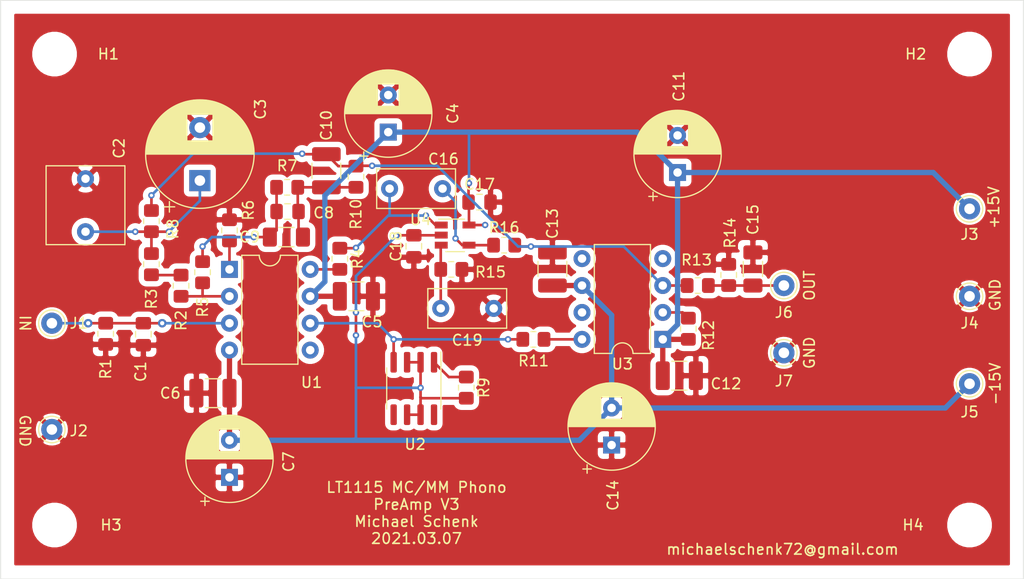
<source format=kicad_pcb>
(kicad_pcb (version 20171130) (host pcbnew "(5.1.9-0-10_14)")
  (layers (0 F.Cu signal) (31 B.Cu signal) (34 B.Paste user) (35 F.Paste user) (36 B.SilkS user) (37 F.SilkS user) (38 B.Mask user) (39 F.Mask user) (44 Edge.Cuts user))
  (net 0 "")
  (net 1 GND)
  (net 2 "Net-(C1-Pad1)")
  (net 3 "Net-(C2-Pad2)")
  (net 4 +15V)
  (net 5 -15V)
  (net 6 "Net-(C8-Pad2)")
  (net 7 "Net-(C10-Pad2)")
  (net 8 SERVO_INR)
  (net 9 "Net-(C15-Pad1)")
  (net 10 "Net-(C16-Pad2)")
  (net 11 "Net-(C19-Pad2)")
  (net 12 "Net-(R2-Pad2)")
  (net 13 "Net-(R2-Pad1)")
  (net 14 "Net-(R6-Pad2)")
  (net 15 "Net-(R9-Pad1)")
  (net 16 "Net-(R11-Pad2)")
  (net 17 "Net-(R11-Pad1)")
  (net 18 "Net-(R12-Pad2)")
  (net 19 "Net-(C16-Pad1)")
  (net 20 SERVO_OUT)
  (module Package_DIP:DIP-8_W7.62mm (layer F.Cu) (at 142.494 120.904 180)
    (fp_text reference U3 (at 3.81 -2.33) (layer F.SilkS))
    (fp_text value LT1010)
    (pad 8 thru_hole oval (at 7.62 0 180) (size 1.6 1.6) (drill 0.8) (layers *.Cu *.Mask) (net 17 "Net-(R11-Pad1)"))
    (pad 4 thru_hole oval (at 0 7.62 180) (size 1.6 1.6) (drill 0.8) (layers *.Cu *.Mask))
    (pad 7 thru_hole oval (at 7.62 2.54 180) (size 1.6 1.6) (drill 0.8) (layers *.Cu *.Mask))
    (pad 3 thru_hole oval (at 0 5.08 180) (size 1.6 1.6) (drill 0.8) (layers *.Cu *.Mask) (net 8 SERVO_INR))
    (pad 6 thru_hole oval (at 7.62 5.08 180) (size 1.6 1.6) (drill 0.8) (layers *.Cu *.Mask) (net 5 -15V))
    (pad 2 thru_hole oval (at 0 2.54 180) (size 1.6 1.6) (drill 0.8) (layers *.Cu *.Mask) (net 18 "Net-(R12-Pad2)"))
    (pad 5 thru_hole oval (at 7.62 7.62 180) (size 1.6 1.6) (drill 0.8) (layers *.Cu *.Mask))
    (pad 1 thru_hole rect (at 0 0 180) (size 1.6 1.6) (drill 0.8) (layers *.Cu *.Mask) (net 4 +15V))
  )
  (module Resistor_SMD:R_0805_2012Metric_Pad1.20x1.40mm_HandSolder (layer F.Cu) (at 112.014 113.3 270)
    (fp_text reference R4 (at 0 -1.65 90) (layer F.SilkS))
    (fp_text value 33.2k)
    (pad 2 smd roundrect (at 1 0 270) (size 1.2 1.4) (layers F.Cu F.Paste F.Mask) (roundrect_rratio 0.208333) (net 20 SERVO_OUT))
    (pad 1 smd roundrect (at -1 0 270) (size 1.2 1.4) (layers F.Cu F.Paste F.Mask) (roundrect_rratio 0.208333) (net 19 "Net-(C16-Pad1)"))
  )
  (module MountingHole:MountingHole_3.2mm_M3 (layer F.Cu) (at 171.45 138.43)
    (fp_text reference H4 (at -5.334 0) (layer F.SilkS))
    (fp_text value MountingHole)
    (pad 1 np_thru_hole circle (at 0 0) (size 3.2 3.2) (drill 3.2) (layers *.Cu *.Mask))
  )
  (module MountingHole:MountingHole_3.2mm_M3 (layer F.Cu) (at 85.09 138.43)
    (fp_text reference H3 (at 5.334 0) (layer F.SilkS))
    (fp_text value MountingHole)
    (pad 1 np_thru_hole circle (at 0 0) (size 3.2 3.2) (drill 3.2) (layers *.Cu *.Mask))
  )
  (module MountingHole:MountingHole_3.2mm_M3 (layer F.Cu) (at 171.45 93.98)
    (fp_text reference H2 (at -5.08 0) (layer F.SilkS))
    (fp_text value MountingHole)
    (pad 1 np_thru_hole circle (at 0 0) (size 3.2 3.2) (drill 3.2) (layers *.Cu *.Mask))
  )
  (module MountingHole:MountingHole_3.2mm_M3 (layer F.Cu) (at 85.09 93.98)
    (fp_text reference H1 (at 5.08 0) (layer F.SilkS))
    (fp_text value MountingHole)
    (pad 1 np_thru_hole circle (at 0 0) (size 3.2 3.2) (drill 3.2) (layers *.Cu *.Mask))
  )
  (module Package_TO_SOT_SMD:TSOT-23-5 (layer F.Cu) (at 122.896 111.064)
    (fp_text reference U4 (at -3.262 -1.463) (layer F.SilkS))
    (fp_text value OPA188xxDBV)
    (pad 5 smd rect (at 1.31 -0.95) (size 1.22 0.65) (layers F.Cu F.Paste F.Mask) (net 4 +15V))
    (pad 4 smd rect (at 1.31 0.95) (size 1.22 0.65) (layers F.Cu F.Paste F.Mask) (net 10 "Net-(C16-Pad2)"))
    (pad 3 smd rect (at -1.31 0.95) (size 1.22 0.65) (layers F.Cu F.Paste F.Mask) (net 11 "Net-(C19-Pad2)"))
    (pad 2 smd rect (at -1.31 0) (size 1.22 0.65) (layers F.Cu F.Paste F.Mask) (net 5 -15V))
    (pad 1 smd rect (at -1.31 -0.95) (size 1.22 0.65) (layers F.Cu F.Paste F.Mask) (net 19 "Net-(C16-Pad1)"))
  )
  (module Package_SO:SOIC-8_3.9x4.9mm_P1.27mm (layer F.Cu) (at 118.999 125.541 270)
    (fp_text reference U2 (at 5.269 -0.127 180) (layer F.SilkS))
    (fp_text value LM334M)
    (pad 8 smd roundrect (at 2.475 -1.905 270) (size 1.95 0.6) (layers F.Cu F.Paste F.Mask))
    (pad 7 smd roundrect (at 2.475 -0.635 270) (size 1.95 0.6) (layers F.Cu F.Paste F.Mask) (net 5 -15V))
    (pad 6 smd roundrect (at 2.475 0.635 270) (size 1.95 0.6) (layers F.Cu F.Paste F.Mask) (net 5 -15V))
    (pad 5 smd roundrect (at 2.475 1.905 270) (size 1.95 0.6) (layers F.Cu F.Paste F.Mask))
    (pad 4 smd roundrect (at -2.475 1.905 270) (size 1.95 0.6) (layers F.Cu F.Paste F.Mask) (net 16 "Net-(R11-Pad2)"))
    (pad 3 smd roundrect (at -2.475 0.635 270) (size 1.95 0.6) (layers F.Cu F.Paste F.Mask) (net 5 -15V))
    (pad 2 smd roundrect (at -2.475 -0.635 270) (size 1.95 0.6) (layers F.Cu F.Paste F.Mask) (net 5 -15V))
    (pad 1 smd roundrect (at -2.475 -1.905 270) (size 1.95 0.6) (layers F.Cu F.Paste F.Mask) (net 15 "Net-(R9-Pad1)"))
  )
  (module Package_DIP:DIP-8_W7.62mm (layer F.Cu) (at 101.6 114.3)
    (fp_text reference U1 (at 7.747 10.668) (layer F.SilkS))
    (fp_text value LT1115)
    (pad 8 thru_hole oval (at 7.62 0) (size 1.6 1.6) (drill 0.8) (layers *.Cu *.Mask) (net 20 SERVO_OUT))
    (pad 4 thru_hole oval (at 0 7.62) (size 1.6 1.6) (drill 0.8) (layers *.Cu *.Mask) (net 5 -15V))
    (pad 7 thru_hole oval (at 7.62 2.54) (size 1.6 1.6) (drill 0.8) (layers *.Cu *.Mask) (net 4 +15V))
    (pad 3 thru_hole oval (at 0 5.08) (size 1.6 1.6) (drill 0.8) (layers *.Cu *.Mask) (net 2 "Net-(C1-Pad1)"))
    (pad 6 thru_hole oval (at 7.62 5.08) (size 1.6 1.6) (drill 0.8) (layers *.Cu *.Mask) (net 16 "Net-(R11-Pad2)"))
    (pad 2 thru_hole oval (at 0 2.54) (size 1.6 1.6) (drill 0.8) (layers *.Cu *.Mask) (net 13 "Net-(R2-Pad1)"))
    (pad 5 thru_hole oval (at 7.62 7.62) (size 1.6 1.6) (drill 0.8) (layers *.Cu *.Mask))
    (pad 1 thru_hole rect (at 0 0) (size 1.6 1.6) (drill 0.8) (layers *.Cu *.Mask) (net 14 "Net-(R6-Pad2)"))
  )
  (module Resistor_SMD:R_0805_2012Metric_Pad1.20x1.40mm_HandSolder (layer F.Cu) (at 127.524 112.014)
    (fp_text reference R16 (at 0 -1.65) (layer F.SilkS))
    (fp_text value 100k)
    (pad 2 smd roundrect (at 1 0) (size 1.2 1.4) (layers F.Cu F.Paste F.Mask) (roundrect_rratio 0.2083325) (net 8 SERVO_INR))
    (pad 1 smd roundrect (at -1 0) (size 1.2 1.4) (layers F.Cu F.Paste F.Mask) (roundrect_rratio 0.2083325) (net 10 "Net-(C16-Pad2)"))
  )
  (module Resistor_SMD:R_0805_2012Metric_Pad1.20x1.40mm_HandSolder (layer F.Cu) (at 122.539 114.3)
    (fp_text reference R15 (at 3.699 0.254) (layer F.SilkS))
    (fp_text value 100k)
    (pad 2 smd roundrect (at 1 0) (size 1.2 1.4) (layers F.Cu F.Paste F.Mask) (roundrect_rratio 0.2083325) (net 1 GND))
    (pad 1 smd roundrect (at -1 0) (size 1.2 1.4) (layers F.Cu F.Paste F.Mask) (roundrect_rratio 0.2083325) (net 11 "Net-(C19-Pad2)"))
  )
  (module Resistor_SMD:R_0805_2012Metric_Pad1.20x1.40mm_HandSolder (layer F.Cu) (at 148.717 114.824 90)
    (fp_text reference R14 (at 3.953 0.127 90) (layer F.SilkS))
    (fp_text value 25k)
    (pad 2 smd roundrect (at 1 0 90) (size 1.2 1.4) (layers F.Cu F.Paste F.Mask) (roundrect_rratio 0.2083325) (net 1 GND))
    (pad 1 smd roundrect (at -1 0 90) (size 1.2 1.4) (layers F.Cu F.Paste F.Mask) (roundrect_rratio 0.2083325) (net 9 "Net-(C15-Pad1)"))
  )
  (module Resistor_SMD:R_0805_2012Metric_Pad1.20x1.40mm_HandSolder (layer F.Cu) (at 145.796 115.824 180)
    (fp_text reference R13 (at 0.111 2.413) (layer F.SilkS))
    (fp_text value 562R)
    (pad 2 smd roundrect (at 1 0 180) (size 1.2 1.4) (layers F.Cu F.Paste F.Mask) (roundrect_rratio 0.2083325) (net 8 SERVO_INR))
    (pad 1 smd roundrect (at -1 0 180) (size 1.2 1.4) (layers F.Cu F.Paste F.Mask) (roundrect_rratio 0.2083325) (net 9 "Net-(C15-Pad1)"))
  )
  (module Resistor_SMD:R_0805_2012Metric_Pad1.20x1.40mm_HandSolder (layer F.Cu) (at 144.907 119.904 90)
    (fp_text reference R12 (at -0.619 1.905 90) (layer F.SilkS))
    (fp_text value 49.9R)
    (pad 2 smd roundrect (at 1 0 90) (size 1.2 1.4) (layers F.Cu F.Paste F.Mask) (roundrect_rratio 0.2083325) (net 18 "Net-(R12-Pad2)"))
    (pad 1 smd roundrect (at -1 0 90) (size 1.2 1.4) (layers F.Cu F.Paste F.Mask) (roundrect_rratio 0.2083325) (net 4 +15V))
  )
  (module Resistor_SMD:R_0805_2012Metric_Pad1.20x1.40mm_HandSolder (layer F.Cu) (at 130.286 120.904 180)
    (fp_text reference R11 (at -0.016 -2.032) (layer F.SilkS))
    (fp_text value 100R)
    (pad 2 smd roundrect (at 1 0 180) (size 1.2 1.4) (layers F.Cu F.Paste F.Mask) (roundrect_rratio 0.2083325) (net 16 "Net-(R11-Pad2)"))
    (pad 1 smd roundrect (at -1 0 180) (size 1.2 1.4) (layers F.Cu F.Paste F.Mask) (roundrect_rratio 0.2083325) (net 17 "Net-(R11-Pad1)"))
  )
  (module Resistor_SMD:R_0805_2012Metric_Pad1.20x1.40mm_HandSolder (layer F.Cu) (at 113.538 105.553 270)
    (fp_text reference R10 (at 3.54 0 90) (layer F.SilkS))
    (fp_text value 210k)
    (pad 2 smd roundrect (at 1 0 270) (size 1.2 1.4) (layers F.Cu F.Paste F.Mask) (roundrect_rratio 0.2083325) (net 7 "Net-(C10-Pad2)"))
    (pad 1 smd roundrect (at -1 0 270) (size 1.2 1.4) (layers F.Cu F.Paste F.Mask) (roundrect_rratio 0.2083325) (net 8 SERVO_INR))
  )
  (module Resistor_SMD:R_0805_2012Metric_Pad1.20x1.40mm_HandSolder (layer F.Cu) (at 123.952 125.46 270)
    (fp_text reference R9 (at 0 -1.65 90) (layer F.SilkS))
    (fp_text value 33.2R)
    (pad 2 smd roundrect (at 1 0 270) (size 1.2 1.4) (layers F.Cu F.Paste F.Mask) (roundrect_rratio 0.2083325) (net 5 -15V))
    (pad 1 smd roundrect (at -1 0 270) (size 1.2 1.4) (layers F.Cu F.Paste F.Mask) (roundrect_rratio 0.2083325) (net 15 "Net-(R9-Pad1)"))
  )
  (module Resistor_SMD:R_0805_2012Metric_Pad1.20x1.40mm_HandSolder (layer F.Cu) (at 94.234 109.744 270)
    (fp_text reference R8 (at 0.746 -2.032 90) (layer F.SilkS))
    (fp_text value 82.5k)
    (pad 2 smd roundrect (at 1 0 270) (size 1.2 1.4) (layers F.Cu F.Paste F.Mask) (roundrect_rratio 0.2083325) (net 3 "Net-(C2-Pad2)"))
    (pad 1 smd roundrect (at -1 0 270) (size 1.2 1.4) (layers F.Cu F.Paste F.Mask) (roundrect_rratio 0.2083325) (net 8 SERVO_INR))
  )
  (module Resistor_SMD:R_0805_2012Metric_Pad1.20x1.40mm_HandSolder (layer F.Cu) (at 107.045 106.553 180)
    (fp_text reference R7 (at 0 2.032) (layer F.SilkS))
    (fp_text value 17.8k)
    (pad 2 smd roundrect (at 1 0 180) (size 1.2 1.4) (layers F.Cu F.Paste F.Mask) (roundrect_rratio 0.2083325) (net 6 "Net-(C8-Pad2)"))
    (pad 1 smd roundrect (at -1 0 180) (size 1.2 1.4) (layers F.Cu F.Paste F.Mask) (roundrect_rratio 0.2083325) (net 7 "Net-(C10-Pad2)"))
  )
  (module Resistor_SMD:R_0805_2012Metric_Pad1.20x1.40mm_HandSolder (layer F.Cu) (at 101.6 110.617 270)
    (fp_text reference R6 (at -1.905 -1.778 90) (layer F.SilkS))
    (fp_text value 33.2k)
    (pad 2 smd roundrect (at 1 0 270) (size 1.2 1.4) (layers F.Cu F.Paste F.Mask) (roundrect_rratio 0.2083325) (net 14 "Net-(R6-Pad2)"))
    (pad 1 smd roundrect (at -1 0 270) (size 1.2 1.4) (layers F.Cu F.Paste F.Mask) (roundrect_rratio 0.2083325) (net 1 GND))
  )
  (module Resistor_SMD:R_0805_2012Metric_Pad1.20x1.40mm_HandSolder (layer F.Cu) (at 99.06 114.57 270)
    (fp_text reference R5 (at 3.286 0 90) (layer F.SilkS))
    (fp_text value 499R)
    (pad 2 smd roundrect (at 1 0 270) (size 1.2 1.4) (layers F.Cu F.Paste F.Mask) (roundrect_rratio 0.2083325) (net 13 "Net-(R2-Pad1)"))
    (pad 1 smd roundrect (at -1 0 270) (size 1.2 1.4) (layers F.Cu F.Paste F.Mask) (roundrect_rratio 0.2083325) (net 6 "Net-(C8-Pad2)"))
  )
  (module Resistor_SMD:R_0805_2012Metric_Pad1.20x1.40mm_HandSolder (layer F.Cu) (at 94.234 113.808 90)
    (fp_text reference R3 (at -3.286 0 90) (layer F.SilkS))
    (fp_text value 210R/0R)
    (pad 2 smd roundrect (at 1 0 90) (size 1.2 1.4) (layers F.Cu F.Paste F.Mask) (roundrect_rratio 0.2083325) (net 3 "Net-(C2-Pad2)"))
    (pad 1 smd roundrect (at -1 0 90) (size 1.2 1.4) (layers F.Cu F.Paste F.Mask) (roundrect_rratio 0.2083325) (net 12 "Net-(R2-Pad2)"))
  )
  (module Resistor_SMD:R_0805_2012Metric_Pad1.20x1.40mm_HandSolder (layer F.Cu) (at 97.028 115.84 90)
    (fp_text reference R2 (at -3.286 0 90) (layer F.SilkS))
    (fp_text value 22.6R)
    (pad 2 smd roundrect (at 1 0 90) (size 1.2 1.4) (layers F.Cu F.Paste F.Mask) (roundrect_rratio 0.2083325) (net 12 "Net-(R2-Pad2)"))
    (pad 1 smd roundrect (at -1 0 90) (size 1.2 1.4) (layers F.Cu F.Paste F.Mask) (roundrect_rratio 0.2083325) (net 13 "Net-(R2-Pad1)"))
  )
  (module Resistor_SMD:R_0805_2012Metric_Pad1.20x1.40mm_HandSolder (layer F.Cu) (at 89.916 120.38 270)
    (fp_text reference R1 (at 3.318 0 90) (layer F.SilkS))
    (fp_text value 100R)
    (pad 2 smd roundrect (at 1 0 270) (size 1.2 1.4) (layers F.Cu F.Paste F.Mask) (roundrect_rratio 0.2083325) (net 1 GND))
    (pad 1 smd roundrect (at -1 0 270) (size 1.2 1.4) (layers F.Cu F.Paste F.Mask) (roundrect_rratio 0.2083325) (net 2 "Net-(C1-Pad1)"))
  )
  (module Connector_Pin:Pin_D1.0mm_L10.0mm (layer F.Cu) (at 153.924 122.174)
    (fp_text reference J7 (at 0 2.667) (layer F.SilkS))
    (fp_text value OUT_GND)
    (pad 1 thru_hole circle (at 0 0) (size 2 2) (drill 1) (layers *.Cu *.Mask) (net 1 GND))
  )
  (module Connector_Pin:Pin_D1.0mm_L10.0mm (layer F.Cu) (at 153.924 115.824)
    (fp_text reference J6 (at 0 2.54) (layer F.SilkS))
    (fp_text value OUT)
    (pad 1 thru_hole circle (at 0 0) (size 2 2) (drill 1) (layers *.Cu *.Mask) (net 9 "Net-(C15-Pad1)"))
  )
  (module Connector_Pin:Pin_D1.0mm_L10.0mm (layer F.Cu) (at 171.45 125.095)
    (fp_text reference J5 (at 0 2.667) (layer F.SilkS))
    (fp_text value -15V)
    (pad 1 thru_hole circle (at 0 0) (size 2 2) (drill 1) (layers *.Cu *.Mask) (net 5 -15V))
  )
  (module Connector_Pin:Pin_D1.0mm_L10.0mm (layer F.Cu) (at 171.45 116.84)
    (fp_text reference J4 (at 0 2.54) (layer F.SilkS))
    (fp_text value GND)
    (pad 1 thru_hole circle (at 0 0) (size 2 2) (drill 1) (layers *.Cu *.Mask) (net 1 GND))
  )
  (module Connector_Pin:Pin_D1.0mm_L10.0mm (layer F.Cu) (at 171.45 108.585)
    (fp_text reference J3 (at 0 2.413) (layer F.SilkS))
    (fp_text value +15V)
    (pad 1 thru_hole circle (at 0 0) (size 2 2) (drill 1) (layers *.Cu *.Mask) (net 4 +15V))
  )
  (module Connector_Pin:Pin_D1.0mm_L10.0mm (layer F.Cu) (at 84.836 129.413)
    (fp_text reference J2 (at 2.54 0.127) (layer F.SilkS))
    (fp_text value IN_GND)
    (pad 1 thru_hole circle (at 0 0) (size 2 2) (drill 1) (layers *.Cu *.Mask) (net 1 GND))
  )
  (module Connector_Pin:Pin_D1.0mm_L10.0mm (layer F.Cu) (at 84.836 119.38)
    (fp_text reference J1 (at 2.54 0) (layer F.SilkS))
    (fp_text value IN)
    (pad 1 thru_hole circle (at 0 0) (size 2 2) (drill 1) (layers *.Cu *.Mask) (net 2 "Net-(C1-Pad1)"))
  )
  (module Capacitor_THT:C_Rect_L7.2mm_W3.5mm_P5.00mm_FKS2_FKP2_MKS2_MKP2 (layer F.Cu) (at 126.539 117.983 180)
    (fp_text reference C19 (at 2.5 -3) (layer F.SilkS))
    (fp_text value 1uF)
    (pad 2 thru_hole circle (at 5 0 180) (size 1.6 1.6) (drill 0.8) (layers *.Cu *.Mask) (net 11 "Net-(C19-Pad2)"))
    (pad 1 thru_hole circle (at 0 0 180) (size 1.6 1.6) (drill 0.8) (layers *.Cu *.Mask) (net 1 GND))
  )
  (module Capacitor_SMD:C_0805_2012Metric_Pad1.18x1.45mm_HandSolder (layer F.Cu) (at 118.999 112.1195 90)
    (fp_text reference C18 (at 0 -1.68 90) (layer F.SilkS))
    (fp_text value 100nF)
    (pad 2 smd roundrect (at 1.0375 0 90) (size 1.175 1.45) (layers F.Cu F.Paste F.Mask) (roundrect_rratio 0.2127659574468085) (net 5 -15V))
    (pad 1 smd roundrect (at -1.0375 0 90) (size 1.175 1.45) (layers F.Cu F.Paste F.Mask) (roundrect_rratio 0.2127659574468085) (net 1 GND))
  )
  (module Capacitor_SMD:C_0805_2012Metric_Pad1.18x1.45mm_HandSolder (layer F.Cu) (at 125.2005 107.95)
    (fp_text reference C17 (at 0 -1.68) (layer F.SilkS))
    (fp_text value 100nF)
    (pad 2 smd roundrect (at 1.0375 0) (size 1.175 1.45) (layers F.Cu F.Paste F.Mask) (roundrect_rratio 0.2127659574468085) (net 1 GND))
    (pad 1 smd roundrect (at -1.0375 0) (size 1.175 1.45) (layers F.Cu F.Paste F.Mask) (roundrect_rratio 0.2127659574468085) (net 4 +15V))
  )
  (module Capacitor_THT:C_Rect_L7.2mm_W3.5mm_P5.00mm_FKS2_FKP2_MKS2_MKP2 (layer F.Cu) (at 116.713 106.68)
    (fp_text reference C16 (at 5.08 -2.794) (layer F.SilkS))
    (fp_text value 1uF)
    (pad 2 thru_hole circle (at 5 0) (size 1.6 1.6) (drill 0.8) (layers *.Cu *.Mask) (net 10 "Net-(C16-Pad2)"))
    (pad 1 thru_hole circle (at 0 0) (size 1.6 1.6) (drill 0.8) (layers *.Cu *.Mask) (net 19 "Net-(C16-Pad1)"))
  )
  (module Capacitor_SMD:C_1206_3216Metric_Pad1.33x1.80mm_HandSolder (layer F.Cu) (at 151.003 114.2615 90)
    (fp_text reference C15 (at 4.6605 0 90) (layer F.SilkS))
    (fp_text value 3.9nF)
    (pad 2 smd roundrect (at 1.5625 0 90) (size 1.325 1.8) (layers F.Cu F.Paste F.Mask) (roundrect_rratio 0.1886777358490566) (net 1 GND))
    (pad 1 smd roundrect (at -1.5625 0 90) (size 1.325 1.8) (layers F.Cu F.Paste F.Mask) (roundrect_rratio 0.1886777358490566) (net 9 "Net-(C15-Pad1)"))
  )
  (module Capacitor_THT:CP_Radial_D8.0mm_P3.50mm (layer F.Cu) (at 137.668 130.881 90)
    (fp_text reference C14 (at -4.755 0.127 90) (layer F.SilkS))
    (fp_text value 220uF/25V)
    (pad 2 thru_hole circle (at 3.5 0 90) (size 1.6 1.6) (drill 0.8) (layers *.Cu *.Mask) (net 5 -15V))
    (pad 1 thru_hole rect (at 0 0 90) (size 1.6 1.6) (drill 0.8) (layers *.Cu *.Mask) (net 1 GND))
  )
  (module Capacitor_SMD:C_1210_3225Metric_Pad1.33x2.70mm_HandSolder (layer F.Cu) (at 132.08 114.2615 270)
    (fp_text reference C13 (at -4.2795 0 90) (layer F.SilkS))
    (fp_text value 1uF)
    (pad 2 smd roundrect (at 1.5625 0 270) (size 1.325 2.7) (layers F.Cu F.Paste F.Mask) (roundrect_rratio 0.1886777358490566) (net 5 -15V))
    (pad 1 smd roundrect (at -1.5625 0 270) (size 1.325 2.7) (layers F.Cu F.Paste F.Mask) (roundrect_rratio 0.1886777358490566) (net 1 GND))
  )
  (module Capacitor_SMD:C_1210_3225Metric_Pad1.33x2.70mm_HandSolder (layer F.Cu) (at 144.0565 124.333)
    (fp_text reference C12 (at 4.4065 0.762) (layer F.SilkS))
    (fp_text value 1uF)
    (pad 2 smd roundrect (at 1.5625 0) (size 1.325 2.7) (layers F.Cu F.Paste F.Mask) (roundrect_rratio 0.1886777358490566) (net 1 GND))
    (pad 1 smd roundrect (at -1.5625 0) (size 1.325 2.7) (layers F.Cu F.Paste F.Mask) (roundrect_rratio 0.1886777358490566) (net 4 +15V))
  )
  (module Capacitor_THT:CP_Radial_D8.0mm_P3.50mm (layer F.Cu) (at 143.891 105.156 90)
    (fp_text reference C11 (at 8.128 0.127 90) (layer F.SilkS))
    (fp_text value 220uF/25V)
    (pad 2 thru_hole circle (at 3.5 0 90) (size 1.6 1.6) (drill 0.8) (layers *.Cu *.Mask) (net 1 GND))
    (pad 1 thru_hole rect (at 0 0 90) (size 1.6 1.6) (drill 0.8) (layers *.Cu *.Mask) (net 4 +15V))
  )
  (module Capacitor_SMD:C_1210_3225Metric_Pad1.33x2.70mm_HandSolder (layer F.Cu) (at 110.744 104.9905 270)
    (fp_text reference C10 (at -4.2795 0 90) (layer F.SilkS))
    (fp_text value 15nF)
    (pad 2 smd roundrect (at 1.5625 0 270) (size 1.325 2.7) (layers F.Cu F.Paste F.Mask) (roundrect_rratio 0.1886777358490566) (net 7 "Net-(C10-Pad2)"))
    (pad 1 smd roundrect (at -1.5625 0 270) (size 1.325 2.7) (layers F.Cu F.Paste F.Mask) (roundrect_rratio 0.1886777358490566) (net 8 SERVO_INR))
  )
  (module Capacitor_SMD:C_1206_3216Metric_Pad1.33x1.80mm_HandSolder (layer F.Cu) (at 106.9725 111.252 180)
    (fp_text reference C9 (at 3.4675 0) (layer F.SilkS))
    (fp_text value 3.9nF)
    (pad 2 smd roundrect (at 1.5625 0 180) (size 1.325 1.8) (layers F.Cu F.Paste F.Mask) (roundrect_rratio 0.1886777358490566) (net 6 "Net-(C8-Pad2)"))
    (pad 1 smd roundrect (at -1.5625 0 180) (size 1.325 1.8) (layers F.Cu F.Paste F.Mask) (roundrect_rratio 0.1886777358490566) (net 7 "Net-(C10-Pad2)"))
  )
  (module Capacitor_SMD:C_0805_2012Metric_Pad1.18x1.45mm_HandSolder (layer F.Cu) (at 107.0825 108.839 180)
    (fp_text reference C8 (at -3.4075 -0.127) (layer F.SilkS))
    (fp_text value 330pF)
    (pad 2 smd roundrect (at 1.0375 0 180) (size 1.175 1.45) (layers F.Cu F.Paste F.Mask) (roundrect_rratio 0.2127659574468085) (net 6 "Net-(C8-Pad2)"))
    (pad 1 smd roundrect (at -1.0375 0 180) (size 1.175 1.45) (layers F.Cu F.Paste F.Mask) (roundrect_rratio 0.2127659574468085) (net 7 "Net-(C10-Pad2)"))
  )
  (module Capacitor_THT:CP_Radial_D8.0mm_P3.50mm (layer F.Cu) (at 101.6 133.929 90)
    (fp_text reference C7 (at 1.468 5.588 90) (layer F.SilkS))
    (fp_text value 220uF/25V)
    (pad 2 thru_hole circle (at 3.5 0 90) (size 1.6 1.6) (drill 0.8) (layers *.Cu *.Mask) (net 5 -15V))
    (pad 1 thru_hole rect (at 0 0 90) (size 1.6 1.6) (drill 0.8) (layers *.Cu *.Mask) (net 1 GND))
  )
  (module Capacitor_SMD:C_1210_3225Metric_Pad1.33x2.70mm_HandSolder (layer F.Cu) (at 100.0375 125.984)
    (fp_text reference C6 (at -4.0255 0) (layer F.SilkS))
    (fp_text value 1uF)
    (pad 2 smd roundrect (at 1.5625 0) (size 1.325 2.7) (layers F.Cu F.Paste F.Mask) (roundrect_rratio 0.1886777358490566) (net 5 -15V))
    (pad 1 smd roundrect (at -1.5625 0) (size 1.325 2.7) (layers F.Cu F.Paste F.Mask) (roundrect_rratio 0.1886777358490566) (net 1 GND))
  )
  (module Capacitor_SMD:C_1210_3225Metric_Pad1.33x2.70mm_HandSolder (layer F.Cu) (at 113.5765 116.84)
    (fp_text reference C5 (at 1.4855 2.413) (layer F.SilkS))
    (fp_text value 1uF)
    (pad 2 smd roundrect (at 1.5625 0) (size 1.325 2.7) (layers F.Cu F.Paste F.Mask) (roundrect_rratio 0.1886777358490566) (net 1 GND))
    (pad 1 smd roundrect (at -1.5625 0) (size 1.325 2.7) (layers F.Cu F.Paste F.Mask) (roundrect_rratio 0.1886777358490566) (net 4 +15V))
  )
  (module Capacitor_THT:CP_Radial_D8.0mm_P3.50mm (layer F.Cu) (at 116.586 101.346 90)
    (fp_text reference C4 (at 1.75 6.096 90) (layer F.SilkS))
    (fp_text value 220uF/25V)
    (pad 2 thru_hole circle (at 3.5 0 90) (size 1.6 1.6) (drill 0.8) (layers *.Cu *.Mask) (net 1 GND))
    (pad 1 thru_hole rect (at 0 0 90) (size 1.6 1.6) (drill 0.8) (layers *.Cu *.Mask) (net 4 +15V))
  )
  (module Capacitor_THT:CP_Radial_D10.0mm_P5.00mm (layer F.Cu) (at 98.806 105.918 90)
    (fp_text reference C3 (at 6.731 5.715 90) (layer F.SilkS))
    (fp_text value 2200uF/16V)
    (pad 2 thru_hole circle (at 5 0 90) (size 2 2) (drill 1) (layers *.Cu *.Mask) (net 1 GND))
    (pad 1 thru_hole rect (at 0 0 90) (size 2 2) (drill 1) (layers *.Cu *.Mask) (net 3 "Net-(C2-Pad2)"))
  )
  (module Capacitor_THT:C_Rect_L7.2mm_W7.2mm_P5.00mm_FKS2_FKP2_MKS2_MKP2 (layer F.Cu) (at 88.011 105.744 270)
    (fp_text reference C2 (at -2.874 -3.175 90) (layer F.SilkS))
    (fp_text value 4.7uF)
    (pad 2 thru_hole circle (at 5 0 270) (size 1.6 1.6) (drill 0.8) (layers *.Cu *.Mask) (net 3 "Net-(C2-Pad2)"))
    (pad 1 thru_hole circle (at 0 0 270) (size 1.6 1.6) (drill 0.8) (layers *.Cu *.Mask) (net 1 GND))
  )
  (module Capacitor_SMD:C_0805_2012Metric_Pad1.18x1.45mm_HandSolder (layer F.Cu) (at 93.472 120.4175 270)
    (fp_text reference C1 (at 3.5345 0.254 90) (layer F.SilkS))
    (fp_text value C)
    (pad 2 smd roundrect (at 1.0375 0 270) (size 1.175 1.45) (layers F.Cu F.Paste F.Mask) (roundrect_rratio 0.2127659574468085) (net 1 GND))
    (pad 1 smd roundrect (at -1.0375 0 270) (size 1.175 1.45) (layers F.Cu F.Paste F.Mask) (roundrect_rratio 0.2127659574468085) (net 2 "Net-(C1-Pad1)"))
  )
  (gr_text OUT (at 156.337 115.824 90) (layer F.SilkS) (effects (font (size 1 1))))
  (gr_text GND (at 156.337 122.174 90) (layer F.SilkS) (effects (font (size 1 1))))
  (gr_text GND (at 173.863 116.713 90) (layer F.SilkS) (effects (font (size 1 1))))
  (gr_text -15V (at 173.863 125.095 90) (layer F.SilkS) (effects (font (size 1 1))))
  (gr_text +15V (at 173.736 108.458 90) (layer F.SilkS) (effects (font (size 1 1))))
  (gr_text GND (at 82.296 129.54 270) (layer F.SilkS) (effects (font (size 1 1))))
  (gr_text IN (at 82.296 119.38 270) (layer F.SilkS) (effects (font (size 1 1))))
  (gr_text "LT1115 MC/MM Phono\nPreAmp V3\nMichael Schenk\n2021.03.07" (at 119.253 137.287) (layer F.SilkS) (effects (font (size 1 1))))
  (gr_text michaelschenk72@gmail.com (at 153.797 140.716) (layer F.SilkS) (effects (font (size 1 1))))
  (gr_line (start 80.01 143.51) (end 80.01 88.9) (layer Edge.Cuts) (width 0.05))
  (gr_line (start 176.53 143.51) (end 80.01 143.51) (layer Edge.Cuts) (width 0.05))
  (gr_line (start 176.53 88.9) (end 176.53 143.51) (layer Edge.Cuts) (width 0.05))
  (gr_line (start 80.01 88.9) (end 176.53 88.9) (layer Edge.Cuts) (width 0.05))
  (via (at 88.265 119.38) (size 0.8) (drill 0.4) (layers F.Cu B.Cu) (net 2))
  (segment (start 88.265 119.38) (end 89.916 119.38) (width 0.25) (layer F.Cu) (net 2))
  (segment (start 89.916 119.38) (end 93.472 119.38) (width 0.25) (layer F.Cu) (net 2))
  (via (at 95.25 119.38) (size 0.8) (drill 0.4) (layers F.Cu B.Cu) (net 2))
  (segment (start 93.472 119.38) (end 95.25 119.38) (width 0.25) (layer F.Cu) (net 2))
  (segment (start 95.25 119.38) (end 101.6 119.38) (width 0.25) (layer B.Cu) (net 2))
  (segment (start 84.836 119.38) (end 88.265 119.38) (width 0.25) (layer B.Cu) (net 2))
  (segment (start 94.234 112.808) (end 94.234 110.744) (width 0.25) (layer F.Cu) (net 3))
  (via (at 92.71 110.744) (size 0.6) (drill 0.3) (layers F.Cu B.Cu) (net 3))
  (segment (start 94.234 110.744) (end 92.71 110.744) (width 0.25) (layer F.Cu) (net 3))
  (segment (start 92.71 110.744) (end 88.011 110.744) (width 0.25) (layer B.Cu) (net 3))
  (via (at 95.885 110.744) (size 0.6) (drill 0.3) (layers F.Cu B.Cu) (net 3))
  (segment (start 94.234 110.744) (end 95.885 110.744) (width 0.25) (layer F.Cu) (net 3))
  (segment (start 95.885 110.744) (end 98.806 107.823) (width 0.25) (layer B.Cu) (net 3))
  (segment (start 98.806 107.823) (end 98.806 105.918) (width 0.25) (layer B.Cu) (net 3))
  (segment (start 109.22 116.84) (end 112.014 116.84) (width 0.5) (layer F.Cu) (net 4))
  (via (at 125.73 110.109) (size 0.6) (drill 0.3) (layers F.Cu B.Cu) (net 4))
  (segment (start 125.725 110.114) (end 125.73 110.109) (width 0.25) (layer F.Cu) (net 4))
  (segment (start 124.206 110.114) (end 125.725 110.114) (width 0.25) (layer F.Cu) (net 4))
  (segment (start 124.206 107.993) (end 124.163 107.95) (width 0.25) (layer F.Cu) (net 4))
  (segment (start 124.206 110.114) (end 124.206 107.993) (width 0.25) (layer F.Cu) (net 4))
  (segment (start 110.605001 107.326999) (end 116.586 101.346) (width 0.5) (layer B.Cu) (net 4))
  (segment (start 110.605001 115.454999) (end 110.605001 107.326999) (width 0.5) (layer B.Cu) (net 4))
  (segment (start 109.22 116.84) (end 110.605001 115.454999) (width 0.5) (layer B.Cu) (net 4))
  (segment (start 142.494 120.904) (end 142.494 124.333) (width 0.5) (layer F.Cu) (net 4))
  (segment (start 144.907 120.904) (end 142.494 120.904) (width 0.5) (layer F.Cu) (net 4))
  (segment (start 143.891 119.507) (end 142.494 120.904) (width 0.5) (layer B.Cu) (net 4))
  (segment (start 143.891 105.156) (end 143.891 119.507) (width 0.5) (layer B.Cu) (net 4))
  (segment (start 168.021 105.156) (end 171.45 108.585) (width 0.5) (layer B.Cu) (net 4))
  (segment (start 143.891 105.156) (end 168.021 105.156) (width 0.5) (layer B.Cu) (net 4))
  (segment (start 143.891 105.156) (end 140.081 101.346) (width 0.5) (layer B.Cu) (net 4))
  (via (at 124.206 106.172) (size 0.6) (drill 0.3) (layers F.Cu B.Cu) (net 4))
  (segment (start 124.163 106.215) (end 124.206 106.172) (width 0.25) (layer F.Cu) (net 4))
  (segment (start 124.163 107.95) (end 124.163 106.215) (width 0.25) (layer F.Cu) (net 4))
  (segment (start 124.206 106.172) (end 124.206 101.346) (width 0.25) (layer B.Cu) (net 4))
  (segment (start 124.206 101.346) (end 116.586 101.346) (width 0.5) (layer B.Cu) (net 4))
  (segment (start 140.081 101.346) (end 124.206 101.346) (width 0.5) (layer B.Cu) (net 4))
  (segment (start 101.6 121.92) (end 101.6 125.984) (width 0.5) (layer F.Cu) (net 5))
  (segment (start 119.634 127.041) (end 119.634 128.016) (width 0.25) (layer F.Cu) (net 5))
  (segment (start 119.634 128.016) (end 118.364 128.016) (width 0.25) (layer F.Cu) (net 5))
  (segment (start 117.391 111.082) (end 117.348 111.125) (width 0.25) (layer F.Cu) (net 5))
  (via (at 117.348 111.125) (size 0.6) (drill 0.3) (layers F.Cu B.Cu) (net 5))
  (segment (start 118.999 111.082) (end 117.391 111.082) (width 0.25) (layer F.Cu) (net 5))
  (via (at 113.538 118.364) (size 0.6) (drill 0.3) (layers F.Cu B.Cu) (net 5))
  (segment (start 113.538 114.935) (end 113.538 118.364) (width 0.25) (layer B.Cu) (net 5))
  (segment (start 117.348 111.125) (end 113.538 114.935) (width 0.25) (layer B.Cu) (net 5))
  (via (at 113.538 120.523) (size 0.6) (drill 0.3) (layers F.Cu B.Cu) (net 5))
  (segment (start 113.538 118.364) (end 113.538 120.523) (width 0.25) (layer F.Cu) (net 5))
  (segment (start 118.364 123.066) (end 119.634 123.066) (width 0.25) (layer F.Cu) (net 5))
  (segment (start 123.952 126.46) (end 119.729 126.46) (width 0.25) (layer F.Cu) (net 5))
  (segment (start 119.729 126.46) (end 119.634 126.365) (width 0.25) (layer F.Cu) (net 5))
  (segment (start 119.634 126.365) (end 119.634 128.016) (width 0.25) (layer F.Cu) (net 5))
  (segment (start 119.634 123.066) (end 119.634 125.476) (width 0.25) (layer F.Cu) (net 5))
  (segment (start 121.568 111.082) (end 121.586 111.064) (width 0.25) (layer F.Cu) (net 5))
  (segment (start 118.999 111.082) (end 121.568 111.082) (width 0.25) (layer F.Cu) (net 5))
  (segment (start 101.6 130.429) (end 101.6 125.984) (width 0.5) (layer F.Cu) (net 5))
  (segment (start 119.634 125.476) (end 119.634 126.365) (width 0.25) (layer F.Cu) (net 5))
  (via (at 119.634 125.476) (size 0.6) (drill 0.3) (layers F.Cu B.Cu) (net 5))
  (segment (start 113.538 120.523) (end 113.538 125.476) (width 0.25) (layer B.Cu) (net 5))
  (segment (start 119.634 125.476) (end 113.538 125.476) (width 0.25) (layer B.Cu) (net 5))
  (segment (start 134.874 115.824) (end 132.08 115.824) (width 0.5) (layer F.Cu) (net 5))
  (segment (start 169.164 127.381) (end 171.45 125.095) (width 0.5) (layer B.Cu) (net 5))
  (segment (start 137.668 127.381) (end 169.164 127.381) (width 0.5) (layer B.Cu) (net 5))
  (segment (start 137.668 118.618) (end 134.874 115.824) (width 0.5) (layer B.Cu) (net 5))
  (segment (start 137.668 127.381) (end 137.668 118.618) (width 0.5) (layer B.Cu) (net 5))
  (segment (start 134.62 130.429) (end 137.668 127.381) (width 0.5) (layer B.Cu) (net 5))
  (segment (start 113.538 130.175) (end 113.284 130.429) (width 0.25) (layer B.Cu) (net 5))
  (segment (start 113.538 125.476) (end 113.538 130.175) (width 0.25) (layer B.Cu) (net 5))
  (segment (start 113.284 130.429) (end 134.62 130.429) (width 0.5) (layer B.Cu) (net 5))
  (segment (start 101.6 130.429) (end 113.284 130.429) (width 0.5) (layer B.Cu) (net 5))
  (via (at 99.06 112.141) (size 0.6) (drill 0.3) (layers F.Cu B.Cu) (net 6))
  (segment (start 99.06 113.57) (end 99.06 112.141) (width 0.25) (layer F.Cu) (net 6))
  (segment (start 106.045 106.553) (end 106.045 108.839) (width 0.25) (layer F.Cu) (net 6))
  (segment (start 106.045 110.617) (end 105.41 111.252) (width 0.25) (layer F.Cu) (net 6))
  (segment (start 106.045 108.839) (end 106.045 110.617) (width 0.25) (layer F.Cu) (net 6))
  (segment (start 99.06 112.141) (end 99.949 111.252) (width 0.25) (layer B.Cu) (net 6))
  (via (at 103.886 111.252) (size 0.6) (drill 0.3) (layers F.Cu B.Cu) (net 6))
  (segment (start 99.949 111.252) (end 103.886 111.252) (width 0.25) (layer B.Cu) (net 6))
  (segment (start 103.886 111.252) (end 105.41 111.252) (width 0.25) (layer F.Cu) (net 6))
  (segment (start 113.538 106.553) (end 110.744 106.553) (width 0.25) (layer F.Cu) (net 7))
  (segment (start 110.744 106.553) (end 108.045 106.553) (width 0.25) (layer F.Cu) (net 7))
  (segment (start 108.045 108.764) (end 108.12 108.839) (width 0.25) (layer F.Cu) (net 7))
  (segment (start 108.045 106.553) (end 108.045 108.764) (width 0.25) (layer F.Cu) (net 7))
  (segment (start 108.12 110.837) (end 108.535 111.252) (width 0.25) (layer F.Cu) (net 7))
  (segment (start 108.12 108.839) (end 108.12 110.837) (width 0.25) (layer F.Cu) (net 7))
  (via (at 130.048 112.141) (size 0.6) (drill 0.3) (layers F.Cu B.Cu) (net 8))
  (segment (start 130.0535 112.1355) (end 130.048 112.141) (width 0.25) (layer B.Cu) (net 8))
  (segment (start 128.651 112.141) (end 128.524 112.014) (width 0.25) (layer F.Cu) (net 8))
  (segment (start 130.048 112.141) (end 128.651 112.141) (width 0.25) (layer F.Cu) (net 8))
  (via (at 115.062 104.521) (size 0.6) (drill 0.3) (layers F.Cu B.Cu) (net 8))
  (segment (start 113.57 104.521) (end 113.538 104.553) (width 0.25) (layer F.Cu) (net 8))
  (segment (start 115.062 104.521) (end 113.57 104.521) (width 0.25) (layer F.Cu) (net 8))
  (segment (start 111.869 104.553) (end 110.744 103.428) (width 0.25) (layer F.Cu) (net 8))
  (segment (start 113.538 104.553) (end 111.869 104.553) (width 0.25) (layer F.Cu) (net 8))
  (via (at 108.458 103.378) (size 0.6) (drill 0.3) (layers F.Cu B.Cu) (net 8))
  (segment (start 108.508 103.428) (end 108.458 103.378) (width 0.25) (layer F.Cu) (net 8))
  (segment (start 110.744 103.428) (end 108.508 103.428) (width 0.25) (layer F.Cu) (net 8))
  (via (at 94.234 107.315) (size 0.6) (drill 0.3) (layers F.Cu B.Cu) (net 8))
  (segment (start 94.234 108.744) (end 94.234 107.315) (width 0.25) (layer F.Cu) (net 8))
  (segment (start 98.171 103.378) (end 94.234 107.315) (width 0.25) (layer B.Cu) (net 8))
  (segment (start 108.458 103.378) (end 98.171 103.378) (width 0.25) (layer B.Cu) (net 8))
  (segment (start 142.494 115.824) (end 144.796 115.824) (width 0.25) (layer F.Cu) (net 8))
  (segment (start 138.811 112.141) (end 130.048 112.141) (width 0.25) (layer B.Cu) (net 8))
  (segment (start 142.494 115.824) (end 138.811 112.141) (width 0.25) (layer B.Cu) (net 8))
  (segment (start 128.839002 112.141) (end 130.048 112.141) (width 0.25) (layer B.Cu) (net 8))
  (segment (start 121.219002 104.521) (end 128.839002 112.141) (width 0.25) (layer B.Cu) (net 8))
  (segment (start 115.062 104.521) (end 121.219002 104.521) (width 0.25) (layer B.Cu) (net 8))
  (segment (start 146.796 115.824) (end 148.717 115.824) (width 0.25) (layer F.Cu) (net 9))
  (segment (start 148.717 115.824) (end 151.003 115.824) (width 0.25) (layer F.Cu) (net 9))
  (segment (start 151.003 115.824) (end 153.924 115.824) (width 0.25) (layer F.Cu) (net 9))
  (segment (start 123.571 112.014) (end 122.936 111.379) (width 0.25) (layer F.Cu) (net 10))
  (via (at 122.936 111.379) (size 0.6) (drill 0.3) (layers F.Cu B.Cu) (net 10))
  (segment (start 124.206 112.014) (end 123.571 112.014) (width 0.25) (layer F.Cu) (net 10))
  (segment (start 124.206 112.014) (end 126.524 112.014) (width 0.25) (layer F.Cu) (net 10))
  (segment (start 122.936 107.903) (end 121.713 106.68) (width 0.25) (layer B.Cu) (net 10))
  (segment (start 122.936 111.379) (end 122.936 107.903) (width 0.25) (layer B.Cu) (net 10))
  (segment (start 109.22 114.3) (end 112.014 114.3) (width 0.25) (layer F.Cu) (net 20))
  (segment (start 121.539 112.061) (end 121.586 112.014) (width 0.25) (layer F.Cu) (net 11))
  (segment (start 121.539 114.3) (end 121.539 112.061) (width 0.25) (layer F.Cu) (net 11))
  (segment (start 121.539 117.983) (end 121.539 114.3) (width 0.25) (layer F.Cu) (net 11))
  (segment (start 94.266 114.84) (end 94.234 114.808) (width 0.25) (layer F.Cu) (net 12))
  (segment (start 97.028 114.84) (end 94.266 114.84) (width 0.25) (layer F.Cu) (net 12))
  (segment (start 99.06 115.57) (end 99.06 116.84) (width 0.25) (layer F.Cu) (net 13))
  (segment (start 99.06 116.84) (end 97.028 116.84) (width 0.25) (layer F.Cu) (net 13))
  (segment (start 101.6 116.84) (end 99.06 116.84) (width 0.25) (layer F.Cu) (net 13))
  (segment (start 101.6 114.3) (end 101.6 111.617) (width 0.25) (layer F.Cu) (net 14))
  (segment (start 122.298 124.46) (end 120.904 123.066) (width 0.25) (layer F.Cu) (net 15))
  (segment (start 123.952 124.46) (end 122.298 124.46) (width 0.25) (layer F.Cu) (net 15))
  (via (at 117.094 120.904) (size 0.6) (drill 0.3) (layers F.Cu B.Cu) (net 16))
  (segment (start 115.57 119.38) (end 117.094 120.904) (width 0.25) (layer B.Cu) (net 16))
  (segment (start 109.22 119.38) (end 115.57 119.38) (width 0.25) (layer B.Cu) (net 16))
  (segment (start 117.094 120.904) (end 117.094 123.066) (width 0.25) (layer F.Cu) (net 16))
  (via (at 127.889 120.904) (size 0.6) (drill 0.3) (layers F.Cu B.Cu) (net 16))
  (segment (start 129.286 120.904) (end 127.889 120.904) (width 0.25) (layer F.Cu) (net 16))
  (segment (start 127.889 120.904) (end 117.094 120.904) (width 0.25) (layer B.Cu) (net 16))
  (segment (start 134.874 120.904) (end 131.286 120.904) (width 0.25) (layer F.Cu) (net 17))
  (segment (start 144.367 118.364) (end 144.907 118.904) (width 0.25) (layer F.Cu) (net 18))
  (segment (start 142.494 118.364) (end 144.367 118.364) (width 0.25) (layer F.Cu) (net 18))
  (segment (start 121.036 110.114) (end 120.142 109.22) (width 0.25) (layer F.Cu) (net 19))
  (via (at 120.142 109.22) (size 0.6) (drill 0.3) (layers F.Cu B.Cu) (net 19))
  (segment (start 121.586 110.114) (end 121.036 110.114) (width 0.25) (layer F.Cu) (net 19))
  (segment (start 116.713 106.68) (end 116.713 109.22) (width 0.25) (layer B.Cu) (net 19))
  (segment (start 116.713 109.22) (end 120.142 109.22) (width 0.25) (layer B.Cu) (net 19))
  (via (at 113.538 112.268) (size 0.6) (drill 0.3) (layers F.Cu B.Cu) (net 19))
  (segment (start 113.506 112.3) (end 113.538 112.268) (width 0.25) (layer F.Cu) (net 19))
  (segment (start 112.014 112.3) (end 113.506 112.3) (width 0.25) (layer F.Cu) (net 19))
  (segment (start 116.586 109.22) (end 113.538 112.268) (width 0.25) (layer B.Cu) (net 19))
  (segment (start 116.713 109.22) (end 116.586 109.22) (width 0.25) (layer B.Cu) (net 19))
  (zone (net 1) (net_name GND) (layer F.Cu) (connect_pads (clearance 0.508)) (min_thickness 0.254) (fill yes (arc_segments 32) (thermal_gap 0.508) (thermal_bridge_width 0.508))
    (polygon (pts (xy 175.26 142.24) (xy 81.28 142.24) (xy 81.28 90.17) (xy 175.26 90.17)))
  )
)
</source>
